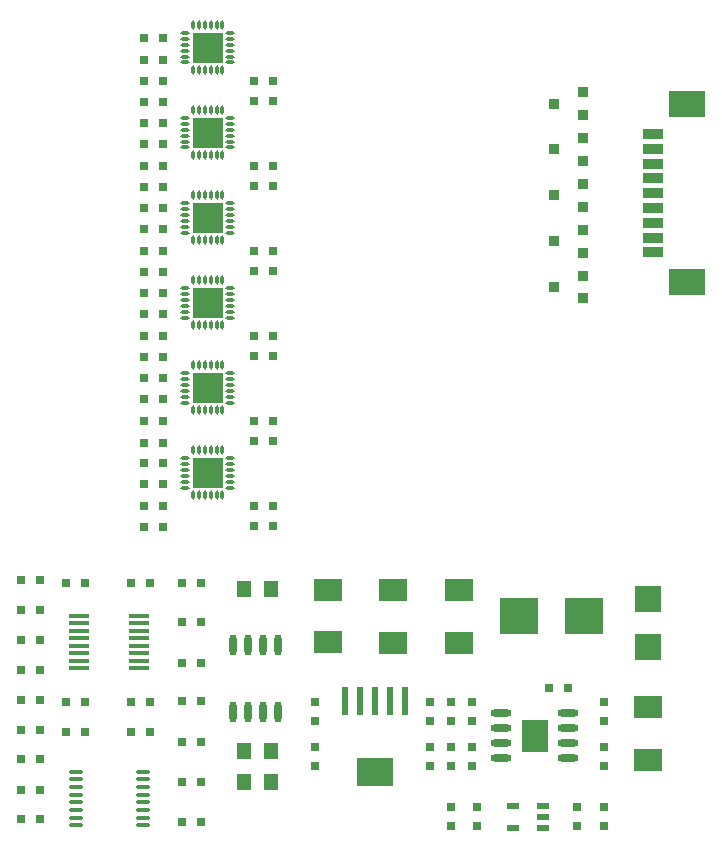
<source format=gbr>
G04*
G04 #@! TF.GenerationSoftware,Altium Limited,Altium Designer,24.1.2 (44)*
G04*
G04 Layer_Color=8421504*
%FSLAX44Y44*%
%MOMM*%
G71*
G04*
G04 #@! TF.SameCoordinates,3BC2EB0B-6767-42E0-924D-B7E7D9DA3A94*
G04*
G04*
G04 #@! TF.FilePolarity,Positive*
G04*
G01*
G75*
%ADD20R,2.5000X2.5000*%
%ADD21R,0.7000X0.8000*%
%ADD22R,1.2696X1.3462*%
%ADD23O,0.6000X1.8000*%
%ADD24R,0.8000X0.7000*%
%ADD25R,1.0000X0.6000*%
%ADD26R,2.3622X1.8796*%
%ADD27R,0.9500X0.9000*%
%ADD28R,2.3000X2.2860*%
%ADD29R,1.7018X0.8128*%
%ADD30R,3.0988X2.2098*%
G04:AMPARAMS|DCode=31|XSize=0.2746mm|YSize=0.8048mm|CornerRadius=0.1373mm|HoleSize=0mm|Usage=FLASHONLY|Rotation=90.000|XOffset=0mm|YOffset=0mm|HoleType=Round|Shape=RoundedRectangle|*
%AMROUNDEDRECTD31*
21,1,0.2746,0.5302,0,0,90.0*
21,1,0.0000,0.8048,0,0,90.0*
1,1,0.2746,0.2651,0.0000*
1,1,0.2746,0.2651,0.0000*
1,1,0.2746,-0.2651,0.0000*
1,1,0.2746,-0.2651,0.0000*
%
%ADD31ROUNDEDRECTD31*%
%ADD32R,3.3000X3.1500*%
%ADD33O,1.8000X0.6000*%
%ADD34R,2.3000X2.8000*%
%ADD35R,3.1725X2.3455*%
%ADD36R,0.6325X2.3455*%
%ADD37O,1.3000X0.3500*%
%ADD38R,1.8000X0.4000*%
G04:AMPARAMS|DCode=39|XSize=0.2746mm|YSize=0.8048mm|CornerRadius=0.1373mm|HoleSize=0mm|Usage=FLASHONLY|Rotation=180.000|XOffset=0mm|YOffset=0mm|HoleType=Round|Shape=RoundedRectangle|*
%AMROUNDEDRECTD39*
21,1,0.2746,0.5302,0,0,180.0*
21,1,0.0000,0.8048,0,0,180.0*
1,1,0.2746,0.0000,0.2651*
1,1,0.2746,0.0000,0.2651*
1,1,0.2746,0.0000,-0.2651*
1,1,0.2746,0.0000,-0.2651*
%
%ADD39ROUNDEDRECTD39*%
G36*
X386600Y414750D02*
X375350D01*
Y426000D01*
X386600D01*
Y414750D01*
D02*
G37*
G36*
X373350D02*
X362100D01*
Y426000D01*
X373350D01*
Y414750D01*
D02*
G37*
G36*
X386600Y356000D02*
X375350D01*
Y367250D01*
X386600D01*
Y356000D01*
D02*
G37*
G36*
X373350D02*
X362100D01*
Y367250D01*
X373350D01*
Y356000D01*
D02*
G37*
G36*
X386600Y342750D02*
X375350D01*
Y354000D01*
X386600D01*
Y342750D01*
D02*
G37*
G36*
X373350D02*
X362100D01*
Y354000D01*
X373350D01*
Y342750D01*
D02*
G37*
G36*
X386600Y500000D02*
X375350D01*
Y511250D01*
X386600D01*
Y500000D01*
D02*
G37*
G36*
X373350D02*
X362100D01*
Y511250D01*
X373350D01*
Y500000D01*
D02*
G37*
G36*
X386600Y486750D02*
X375350D01*
Y498000D01*
X386600D01*
Y486750D01*
D02*
G37*
G36*
X373350D02*
X362100D01*
Y498000D01*
X373350D01*
Y486750D01*
D02*
G37*
G36*
X386600Y428000D02*
X375350D01*
Y439250D01*
X386600D01*
Y428000D01*
D02*
G37*
G36*
X373350D02*
X362100D01*
Y439250D01*
X373350D01*
Y428000D01*
D02*
G37*
G36*
X373350Y630750D02*
X362100Y630750D01*
X362100Y642000D01*
X373350D01*
Y630750D01*
D02*
G37*
G36*
X386600Y630750D02*
X375350Y630750D01*
Y642000D01*
X386600D01*
X386600Y630750D01*
D02*
G37*
G36*
Y572000D02*
X375350D01*
Y583250D01*
X386600D01*
Y572000D01*
D02*
G37*
G36*
X373350D02*
X362100D01*
Y583250D01*
X373350D01*
Y572000D01*
D02*
G37*
G36*
X386600Y558750D02*
X375350D01*
Y570000D01*
X386600D01*
Y558750D01*
D02*
G37*
G36*
X373350D02*
X362100D01*
Y570000D01*
X373350D01*
Y558750D01*
D02*
G37*
G36*
X386600Y716000D02*
X375350D01*
Y727250D01*
X386600D01*
Y716000D01*
D02*
G37*
G36*
X373350D02*
X362100D01*
Y727250D01*
X373350D01*
Y716000D01*
D02*
G37*
G36*
X386600Y702750D02*
X375350D01*
Y714000D01*
X386600D01*
Y702750D01*
D02*
G37*
G36*
X373350D02*
X362100D01*
Y714000D01*
X373350D01*
Y702750D01*
D02*
G37*
G36*
Y655250D02*
Y644000D01*
X362100D01*
X362100Y655250D01*
X373350Y655250D01*
D02*
G37*
G36*
X386600Y644000D02*
X375350D01*
Y655250D01*
X386600Y655250D01*
X386600Y644000D01*
D02*
G37*
D20*
X374350Y715000D02*
D03*
Y643000D02*
D03*
Y571000D02*
D03*
Y499000D02*
D03*
Y427000D02*
D03*
Y355000D02*
D03*
D21*
X232548Y263917D02*
D03*
X216548D02*
D03*
X320459Y723083D02*
D03*
X336459D02*
D03*
X336457Y704950D02*
D03*
X320457D02*
D03*
X320459Y651628D02*
D03*
X336459D02*
D03*
X336457Y633672D02*
D03*
X320457D02*
D03*
X320459Y579628D02*
D03*
X336459D02*
D03*
X336457Y561672D02*
D03*
X320457D02*
D03*
X320459Y507628D02*
D03*
X336459D02*
D03*
X336457Y489672D02*
D03*
X320457D02*
D03*
X320459Y435628D02*
D03*
X336459D02*
D03*
X336457Y417672D02*
D03*
X320457D02*
D03*
X320459Y363628D02*
D03*
X336459D02*
D03*
X336457Y345671D02*
D03*
X320457D02*
D03*
X320458Y452684D02*
D03*
X336458D02*
D03*
X232548Y136981D02*
D03*
X216548D02*
D03*
Y163088D02*
D03*
X232548D02*
D03*
X216548Y188295D02*
D03*
X232548D02*
D03*
X216548Y213503D02*
D03*
X232548D02*
D03*
X232550Y238710D02*
D03*
X216550D02*
D03*
X216550Y112674D02*
D03*
X232550D02*
D03*
X232549Y86567D02*
D03*
X216549D02*
D03*
X216548Y62260D02*
D03*
X232548D02*
D03*
X309710Y135881D02*
D03*
X325710D02*
D03*
X336458Y309184D02*
D03*
X320458D02*
D03*
X663560Y172720D02*
D03*
X679560D02*
D03*
X270441Y135881D02*
D03*
X254441D02*
D03*
X254442Y261917D02*
D03*
X270442D02*
D03*
X325711D02*
D03*
X309711D02*
D03*
X270442Y161088D02*
D03*
X254442D02*
D03*
X309711D02*
D03*
X325711D02*
D03*
X368679Y229057D02*
D03*
X352679D02*
D03*
X352681Y161539D02*
D03*
X368681D02*
D03*
X352680Y194398D02*
D03*
X368680D02*
D03*
X368680Y261917D02*
D03*
X352680D02*
D03*
X368680Y126879D02*
D03*
X352680D02*
D03*
X368680Y59360D02*
D03*
X352680D02*
D03*
X368680Y93119D02*
D03*
X352680D02*
D03*
X413244Y470816D02*
D03*
X429244D02*
D03*
X413244Y686816D02*
D03*
X429244D02*
D03*
X429242Y669584D02*
D03*
X413242D02*
D03*
X413244Y614816D02*
D03*
X429244D02*
D03*
X429242Y597584D02*
D03*
X413242D02*
D03*
X413244Y542816D02*
D03*
X429244D02*
D03*
X429242Y525584D02*
D03*
X413242D02*
D03*
X429242Y453584D02*
D03*
X413242D02*
D03*
X413244Y398816D02*
D03*
X429244D02*
D03*
X429242Y381584D02*
D03*
X413242D02*
D03*
Y326814D02*
D03*
X429242D02*
D03*
Y309584D02*
D03*
X413242D02*
D03*
X320458Y614816D02*
D03*
X336458D02*
D03*
X320458Y668684D02*
D03*
X336458D02*
D03*
X320458Y542816D02*
D03*
X336458D02*
D03*
X320458Y596684D02*
D03*
X336458D02*
D03*
X320458Y524684D02*
D03*
X336458D02*
D03*
X320458Y380684D02*
D03*
X336458D02*
D03*
Y470816D02*
D03*
X320458D02*
D03*
Y398816D02*
D03*
X336458D02*
D03*
X320460Y326814D02*
D03*
X336460D02*
D03*
X320458Y686816D02*
D03*
X336458D02*
D03*
D22*
X428216Y93119D02*
D03*
X405352D02*
D03*
X428216Y119554D02*
D03*
X405352D02*
D03*
X427604Y256278D02*
D03*
X404740D02*
D03*
D23*
X434072Y208922D02*
D03*
X421372D02*
D03*
X408672D02*
D03*
X395972D02*
D03*
X434072Y152422D02*
D03*
X421372D02*
D03*
X408672D02*
D03*
X395972D02*
D03*
D24*
X709740Y71671D02*
D03*
Y55671D02*
D03*
X580670Y71671D02*
D03*
Y55671D02*
D03*
X687080D02*
D03*
Y71671D02*
D03*
X601970D02*
D03*
Y55671D02*
D03*
X709740Y123053D02*
D03*
Y107053D02*
D03*
X580670Y123054D02*
D03*
Y107054D02*
D03*
X709740Y161169D02*
D03*
Y145169D02*
D03*
X580670Y161170D02*
D03*
Y145170D02*
D03*
X597970Y123054D02*
D03*
Y107054D02*
D03*
Y161170D02*
D03*
Y145170D02*
D03*
X562469Y107054D02*
D03*
Y123054D02*
D03*
X464820Y107054D02*
D03*
Y123054D02*
D03*
Y145169D02*
D03*
Y161169D02*
D03*
X562469Y145169D02*
D03*
Y161169D02*
D03*
D25*
X632410Y54171D02*
D03*
Y73171D02*
D03*
X657910D02*
D03*
Y63671D02*
D03*
Y54171D02*
D03*
D26*
X747061Y156464D02*
D03*
Y111760D02*
D03*
X586740Y211328D02*
D03*
Y256032D02*
D03*
X530860D02*
D03*
Y211328D02*
D03*
X476120Y256151D02*
D03*
Y211447D02*
D03*
D27*
X692484Y521644D02*
D03*
X667484Y512144D02*
D03*
X692484Y502644D02*
D03*
Y560536D02*
D03*
X667484Y551036D02*
D03*
X692484Y541536D02*
D03*
Y599428D02*
D03*
X667484Y589928D02*
D03*
X692484Y580428D02*
D03*
Y638320D02*
D03*
X667484Y628820D02*
D03*
X692484Y619320D02*
D03*
Y658211D02*
D03*
X667484Y667711D02*
D03*
X692484Y677211D02*
D03*
D28*
X747061Y207957D02*
D03*
Y247957D02*
D03*
D29*
X750955Y541752D02*
D03*
Y554252D02*
D03*
Y566752D02*
D03*
Y579252D02*
D03*
Y591752D02*
D03*
Y604252D02*
D03*
Y616752D02*
D03*
Y629252D02*
D03*
Y641752D02*
D03*
D30*
X779955Y667252D02*
D03*
Y516252D02*
D03*
D31*
X393374Y367500D02*
D03*
X355326Y630500D02*
D03*
X355326Y635500D02*
D03*
Y640500D02*
D03*
Y645500D02*
D03*
Y650500D02*
D03*
Y655500D02*
D03*
X393374D02*
D03*
X393374Y650500D02*
D03*
Y645500D02*
D03*
Y640500D02*
D03*
Y635500D02*
D03*
Y630500D02*
D03*
Y702500D02*
D03*
Y707500D02*
D03*
Y712500D02*
D03*
Y717500D02*
D03*
Y722500D02*
D03*
Y727500D02*
D03*
X355326D02*
D03*
Y722500D02*
D03*
Y717500D02*
D03*
Y712500D02*
D03*
Y707500D02*
D03*
Y702500D02*
D03*
X393374Y558500D02*
D03*
Y563500D02*
D03*
Y568500D02*
D03*
Y573500D02*
D03*
Y578500D02*
D03*
Y583500D02*
D03*
X355326D02*
D03*
Y578500D02*
D03*
Y573500D02*
D03*
Y568500D02*
D03*
Y563500D02*
D03*
Y558500D02*
D03*
X393374Y486500D02*
D03*
Y491500D02*
D03*
Y496500D02*
D03*
Y501500D02*
D03*
Y506500D02*
D03*
Y511500D02*
D03*
X355326D02*
D03*
Y506500D02*
D03*
Y501500D02*
D03*
Y496500D02*
D03*
Y491500D02*
D03*
Y486500D02*
D03*
X393374Y414500D02*
D03*
Y419500D02*
D03*
Y424500D02*
D03*
Y429500D02*
D03*
Y434500D02*
D03*
Y439500D02*
D03*
X355326D02*
D03*
Y434500D02*
D03*
Y429500D02*
D03*
Y424500D02*
D03*
Y419500D02*
D03*
Y414500D02*
D03*
X393374Y342500D02*
D03*
Y347500D02*
D03*
Y352500D02*
D03*
Y357500D02*
D03*
Y362500D02*
D03*
X355326Y367500D02*
D03*
Y362500D02*
D03*
Y357500D02*
D03*
Y352500D02*
D03*
Y347500D02*
D03*
Y342500D02*
D03*
D32*
X692980Y233680D02*
D03*
X637980D02*
D03*
D33*
X623060Y151384D02*
D03*
Y138684D02*
D03*
Y125984D02*
D03*
Y113284D02*
D03*
X679560Y151384D02*
D03*
Y138684D02*
D03*
Y125984D02*
D03*
Y113284D02*
D03*
D34*
X651310Y132334D02*
D03*
D35*
X515620Y101977D02*
D03*
D36*
X490220Y162183D02*
D03*
X502920D02*
D03*
X515620D02*
D03*
X528320D02*
D03*
X541020D02*
D03*
D37*
X262426Y102010D02*
D03*
Y95510D02*
D03*
Y89010D02*
D03*
Y82510D02*
D03*
Y76010D02*
D03*
Y69510D02*
D03*
Y63010D02*
D03*
Y56510D02*
D03*
X319426Y102010D02*
D03*
Y95510D02*
D03*
Y89010D02*
D03*
Y82510D02*
D03*
Y76010D02*
D03*
Y69510D02*
D03*
Y63010D02*
D03*
Y56510D02*
D03*
D38*
X316453Y234177D02*
D03*
Y227827D02*
D03*
Y221477D02*
D03*
Y215127D02*
D03*
Y208777D02*
D03*
Y202427D02*
D03*
Y196077D02*
D03*
Y189727D02*
D03*
X265399D02*
D03*
Y196077D02*
D03*
Y202427D02*
D03*
Y208777D02*
D03*
Y215127D02*
D03*
Y221477D02*
D03*
Y227827D02*
D03*
Y234177D02*
D03*
D39*
X386850Y623976D02*
D03*
X381850Y623976D02*
D03*
X376850D02*
D03*
X371850D02*
D03*
X366850D02*
D03*
X361850D02*
D03*
Y662024D02*
D03*
X366850Y662024D02*
D03*
X371850D02*
D03*
X376850D02*
D03*
X381850D02*
D03*
X386850D02*
D03*
Y734024D02*
D03*
X381850D02*
D03*
X376850D02*
D03*
X371850D02*
D03*
X366850D02*
D03*
X361850D02*
D03*
Y695976D02*
D03*
X366850D02*
D03*
X371850D02*
D03*
X376850D02*
D03*
X381850D02*
D03*
X386850D02*
D03*
Y590024D02*
D03*
X381850D02*
D03*
X376850D02*
D03*
X371850D02*
D03*
X366850D02*
D03*
X361850D02*
D03*
Y551976D02*
D03*
X366850D02*
D03*
X371850D02*
D03*
X376850D02*
D03*
X381850D02*
D03*
X386850D02*
D03*
Y518024D02*
D03*
X381850D02*
D03*
X376850D02*
D03*
X371850D02*
D03*
X366850D02*
D03*
X361850D02*
D03*
Y479976D02*
D03*
X366850D02*
D03*
X371850D02*
D03*
X376850D02*
D03*
X381850D02*
D03*
X386850D02*
D03*
Y446024D02*
D03*
X381850D02*
D03*
X376850D02*
D03*
X371850D02*
D03*
X366850D02*
D03*
X361850D02*
D03*
Y407976D02*
D03*
X366850D02*
D03*
X371850D02*
D03*
X376850D02*
D03*
X381850D02*
D03*
X386850D02*
D03*
Y374024D02*
D03*
X381850D02*
D03*
X376850D02*
D03*
X371850D02*
D03*
X366850D02*
D03*
X361850D02*
D03*
Y335976D02*
D03*
X366850D02*
D03*
X371850D02*
D03*
X376850D02*
D03*
X381850D02*
D03*
X386850D02*
D03*
M02*

</source>
